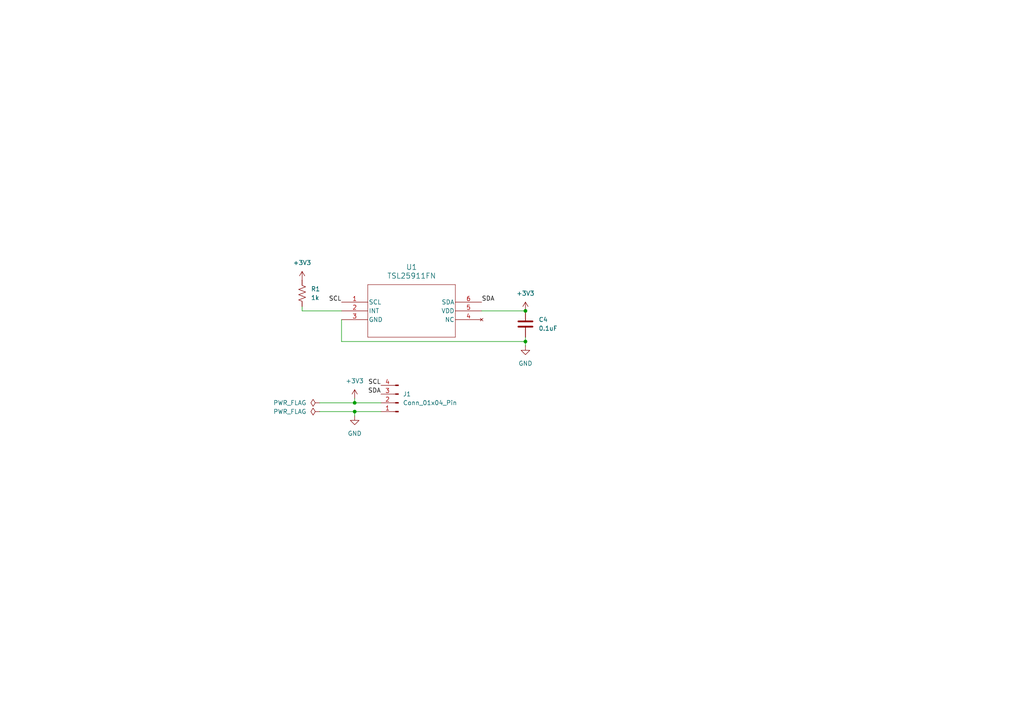
<source format=kicad_sch>
(kicad_sch (version 20231120) (generator "eeschema") (generator_version "8.0")
  (paper "A4")
  (lib_symbols
    (symbol "Connector:Conn_01x04_Pin" (pin_names (offset 1.016) hide)
      (property "Reference" "J" (at 0 5.08 0))
      (property "Value" "Conn_01x04_Pin" (at 0 -7.62 0))
      (symbol "Conn_01x04_Pin_1_1"
        (polyline (pts (xy 1.27 -5.08) (xy 0.8636 -5.08)) (stroke (width 0.1524)))
        (polyline (pts (xy 1.27 -2.54) (xy 0.8636 -2.54)) (stroke (width 0.1524)))
        (polyline (pts (xy 1.27 0) (xy 0.8636 0)) (stroke (width 0.1524)))
        (polyline (pts (xy 1.27 2.54) (xy 0.8636 2.54)) (stroke (width 0.1524)))
        (rectangle (start 0.8636 -4.953) (end 0 -5.207) (stroke (width 0.1524)) (fill (type outline)))
        (rectangle (start 0.8636 -2.413) (end 0 -2.667) (stroke (width 0.1524)) (fill (type outline)))
        (rectangle (start 0.8636 0.127) (end 0 -0.127) (stroke (width 0.1524)) (fill (type outline)))
        (rectangle (start 0.8636 2.667) (end 0 2.413) (stroke (width 0.1524)) (fill (type outline)))
        (pin passive line (at 5.08 2.54 180) (length 3.81) (name "Pin_1") (number "1"))
        (pin passive line (at 5.08 0 180) (length 3.81) (name "Pin_2") (number "2"))
        (pin passive line (at 5.08 -2.54 180) (length 3.81) (name "Pin_3") (number "3"))
        (pin passive line (at 5.08 -5.08 180) (length 3.81) (name "Pin_4") (number "4"))
      )
    )
    (symbol "Device:C" (pin_numbers hide) (pin_names (offset 0.254))
      (property "Reference" "C" (at 0.635 2.54 0))
      (property "Value" "C" (at 0.635 -2.54 0))
      (symbol "C_0_1"
        (polyline (pts (xy -2.032 -0.762) (xy 2.032 -0.762)) (stroke (width 0.508)))
        (polyline (pts (xy -2.032 0.762) (xy 2.032 0.762)) (stroke (width 0.508)))
      )
      (symbol "C_1_1"
        (pin passive line (at 0 3.81 270) (length 2.794) (name "~") (number "1"))
        (pin passive line (at 0 -3.81 90) (length 2.794) (name "~") (number "2"))
      )
    )
    (symbol "Device:R_US" (pin_numbers hide) (pin_names (offset 0))
      (property "Reference" "R" (at 2.54 0 90))
      (property "Value" "R_US" (at -2.54 0 90))
      (symbol "R_US_0_1"
        (polyline (pts (xy 0 -2.286) (xy 0 -2.54)))
        (polyline (pts (xy 0 2.286) (xy 0 2.54)))
        (polyline (pts (xy 0 -0.762) (xy 1.016 -1.143) (xy 0 -1.524) (xy -1.016 -1.905) (xy 0 -2.286)))
        (polyline (pts (xy 0 0.762) (xy 1.016 0.381) (xy 0 0) (xy -1.016 -0.381) (xy 0 -0.762)))
        (polyline (pts (xy 0 2.286) (xy 1.016 1.905) (xy 0 1.524) (xy -1.016 1.143) (xy 0 0.762)))
      )
      (symbol "R_US_1_1"
        (pin passive line (at 0 3.81 270) (length 1.27) (name "~") (number "1"))
        (pin passive line (at 0 -3.81 90) (length 1.27) (name "~") (number "2"))
      )
    )
    (symbol "TSL25911:TSL25911FN" (pin_names (offset 0.254))
      (property "Reference" "U" (at 20.32 10.16 0))
      (property "Value" "TSL25911FN" (at 20.32 7.62 0))
      (symbol "TSL25911FN_0_1"
        (polyline (pts (xy 7.62 -10.16) (xy 33.02 -10.16)) (stroke (width 0.127)))
        (polyline (pts (xy 7.62 5.08) (xy 7.62 -10.16)) (stroke (width 0.127)))
        (polyline (pts (xy 33.02 -10.16) (xy 33.02 5.08)) (stroke (width 0.127)))
        (polyline (pts (xy 33.02 5.08) (xy 7.62 5.08)) (stroke (width 0.127)))
        (pin unspecified line (at 0 0 0) (length 7.62) (name "SCL") (number "1"))
        (pin unspecified line (at 0 -2.54 0) (length 7.62) (name "INT") (number "2"))
        (pin power_out line (at 0 -5.08 0) (length 7.62) (name "GND") (number "3"))
        (pin no_connect line (at 40.64 -5.08 180) (length 7.62) (name "NC") (number "4"))
        (pin power_in line (at 40.64 -2.54 180) (length 7.62) (name "VDD") (number "5"))
        (pin unspecified line (at 40.64 0 180) (length 7.62) (name "SDA") (number "6"))
      )
    )
    (symbol "power:+3V3" (power) (pin_numbers hide) (pin_names (offset 0) hide)
      (property "Value" "+3V3" (at 0 3.556 0))
      (symbol "+3V3_0_1"
        (polyline (pts (xy -0.762 1.27) (xy 0 2.54)))
        (polyline (pts (xy 0 0) (xy 0 2.54)))
        (polyline (pts (xy 0 2.54) (xy 0.762 1.27)))
      )
      (symbol "+3V3_1_1"
        (pin power_in line (at 0 0 90) (length 0) (name "~") (number "1"))
      )
    )
    (symbol "power:GND" (power) (pin_numbers hide) (pin_names (offset 0) hide)
      (property "Value" "GND" (at 0 -3.81 0))
      (symbol "GND_0_1"
        (polyline (pts (xy 0 0) (xy 0 -1.27) (xy 1.27 -1.27) (xy 0 -2.54) (xy -1.27 -1.27) (xy 0 -1.27)))
      )
      (symbol "GND_1_1"
        (pin power_in line (at 0 0 270) (length 0) (name "~") (number "1"))
      )
    )
    (symbol "power:PWR_FLAG" (power) (pin_numbers hide) (pin_names (offset 0) hide)
      (property "Value" "PWR_FLAG" (at 0 3.81 0))
      (symbol "PWR_FLAG_0_0"
        (pin power_out line (at 0 0 90) (length 0) (name "~") (number "1"))
      )
      (symbol "PWR_FLAG_0_1"
        (polyline (pts (xy 0 0) (xy 0 1.27) (xy -1.016 1.905) (xy 0 2.54) (xy 1.016 1.905) (xy 0 1.27)))
      )
    )
  )
  (junction (at 152.4 90.17))
  (junction (at 102.87 116.84))
  (junction (at 102.87 119.38))
  (junction (at 152.4 99.06))
  (wire (pts (xy 102.87 115.57) (xy 102.87 116.84)))
  (wire (pts (xy 102.87 119.38) (xy 110.49 119.38)))
  (wire (pts (xy 99.06 99.06) (xy 152.4 99.06)))
  (wire (pts (xy 92.71 116.84) (xy 102.87 116.84)))
  (wire (pts (xy 87.63 88.9) (xy 87.63 90.17)))
  (wire (pts (xy 152.4 100.33) (xy 152.4 99.06)))
  (wire (pts (xy 99.06 92.71) (xy 99.06 99.06)))
  (wire (pts (xy 139.7 90.17) (xy 152.4 90.17)))
  (wire (pts (xy 102.87 119.38) (xy 102.87 120.65)))
  (wire (pts (xy 102.87 116.84) (xy 110.49 116.84)))
  (wire (pts (xy 152.4 97.79) (xy 152.4 99.06)))
  (wire (pts (xy 99.06 90.17) (xy 87.63 90.17)))
  (wire (pts (xy 92.71 119.38) (xy 102.87 119.38)))
  (label "SDA" (at 110.49 114.3 180))
  (label "SDA" (at 139.7 87.63 0))
  (label "SCL" (at 99.06 87.63 180))
  (label "SCL" (at 110.49 111.76 180))
  (symbol (lib_id "power:PWR_FLAG") (at 92.71 116.84 90) (unit 1)
    (property "Reference" "#FLG03" (effects (hide yes)))
    (property "Value" "PWR_FLAG" (at 88.9 116.8399 90) (effects (justify left)))
    (property "Description" "Special symbol for telling ERC where power comes from" (effects (hide yes)))
  )
  (symbol (lib_id "power:GND") (at 152.4 100.33 0) (unit 1)
    (property "Reference" "#PWR04" (effects (hide yes)))
    (property "Value" "GND" (at 152.4 105.41 0))
    (property "Description" "Power symbol creates a global label with name \"GND\" , ground" (effects (hide yes)))
  )
  (symbol (lib_id "Connector:Conn_01x04_Pin") (at 115.57 116.84 180) (unit 1)
    (property "Reference" "J1" (at 116.84 114.2999 0) (effects (justify right)))
    (property "Value" "Conn_01x04_Pin" (at 116.84 116.8399 0) (effects (justify right)))
    (property "Description" "Generic connector, single row, 01x04, script generated" (effects (hide yes)))
  )
  (symbol (lib_id "Device:C") (at 152.4 93.98 180) (unit 1)
    (property "Reference" "C4" (at 156.21 92.7099 0) (effects (justify right)))
    (property "Value" "0.1uF" (at 156.21 95.2499 0) (effects (justify right)))
    (property "Description" "Unpolarized capacitor" (effects (hide yes)))
  )
  (symbol (lib_id "power:+3V3") (at 152.4 90.17 0) (unit 1)
    (property "Reference" "#PWR03" (effects (hide yes)))
    (property "Value" "+3V3" (at 152.4 85.09 0))
    (property "Description" "Power symbol creates a global label with name \"+3V3\"" (effects (hide yes)))
  )
  (symbol (lib_id "power:+3V3") (at 102.87 115.57 0) (unit 1)
    (property "Reference" "#PWR01" (effects (hide yes)))
    (property "Value" "+3V3" (at 102.87 110.49 0))
    (property "Description" "Power symbol creates a global label with name \"+3V3\"" (effects (hide yes)))
  )
  (symbol (lib_id "power:+3V3") (at 87.63 81.28 0) (unit 1)
    (property "Reference" "#PWR02" (effects (hide yes)))
    (property "Value" "+3V3" (at 87.63 76.2 0))
    (property "Description" "Power symbol creates a global label with name \"+3V3\"" (effects (hide yes)))
  )
  (symbol (lib_id "Device:R_US") (at 87.63 85.09 0) (unit 1)
    (property "Reference" "R1" (at 90.17 83.8199 0) (effects (justify left)))
    (property "Value" "1k" (at 90.17 86.3599 0) (effects (justify left)))
    (property "Description" "Resistor, US symbol" (effects (hide yes)))
  )
  (symbol (lib_id "power:PWR_FLAG") (at 92.71 119.38 90) (unit 1)
    (property "Reference" "#FLG04" (effects (hide yes)))
    (property "Value" "PWR_FLAG" (at 88.9 119.3799 90) (effects (justify left)))
    (property "Description" "Special symbol for telling ERC where power comes from" (effects (hide yes)))
  )
  (symbol (lib_id "TSL25911:TSL25911FN") (at 99.06 87.63 0) (unit 1)
    (property "Reference" "U1" (at 119.38 77.47 0) (effects (font (size 1.524 1.524))))
    (property "Value" "TSL25911FN" (at 119.38 80.01 0) (effects (font (size 1.524 1.524))))
    (property "Footprint" "SON-06-FN_2000X2400_AMS" (effects (hide yes)))
    (property "Datasheet" "https://cdn-shop.adafruit.com/datasheets/TSL25911_Datasheet_EN_v1.pdf" (effects (hide yes)))
  )
  (symbol (lib_id "power:GND") (at 102.87 120.65 0) (unit 1)
    (property "Reference" "#PWR09" (effects (hide yes)))
    (property "Value" "GND" (at 102.87 125.73 0))
    (property "Description" "Power symbol creates a global label with name \"GND\" , ground" (effects (hide yes)))
  )
)
</source>
